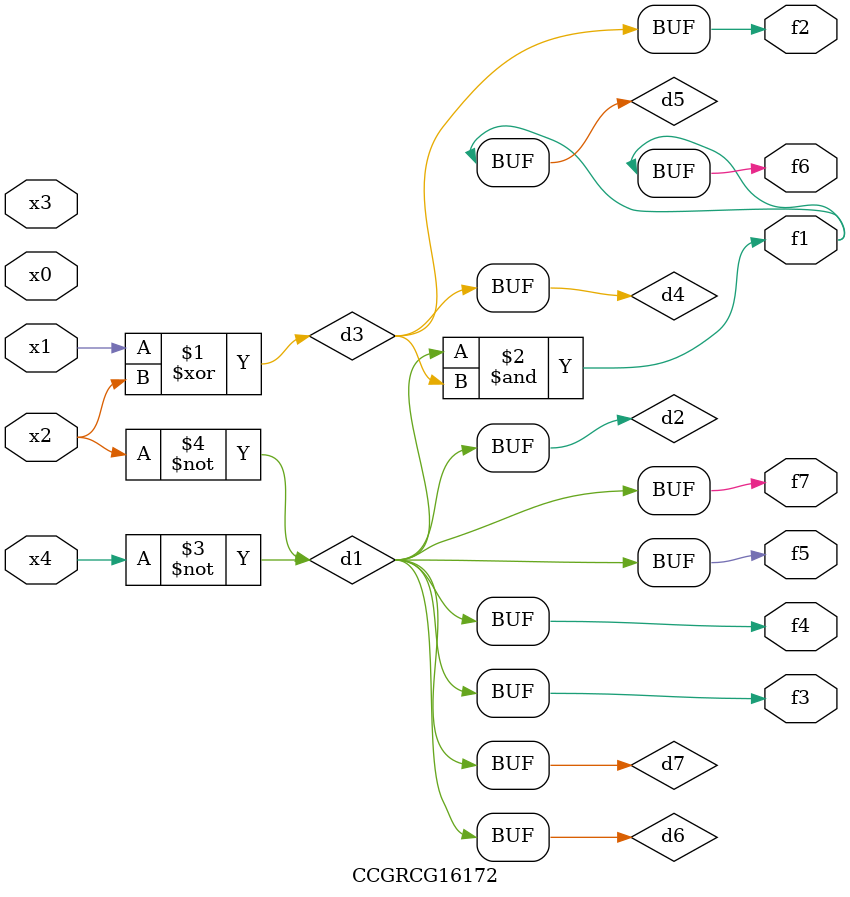
<source format=v>
module CCGRCG16172(
	input x0, x1, x2, x3, x4,
	output f1, f2, f3, f4, f5, f6, f7
);

	wire d1, d2, d3, d4, d5, d6, d7;

	not (d1, x4);
	not (d2, x2);
	xor (d3, x1, x2);
	buf (d4, d3);
	and (d5, d1, d3);
	buf (d6, d1, d2);
	buf (d7, d2);
	assign f1 = d5;
	assign f2 = d4;
	assign f3 = d7;
	assign f4 = d7;
	assign f5 = d7;
	assign f6 = d5;
	assign f7 = d7;
endmodule

</source>
